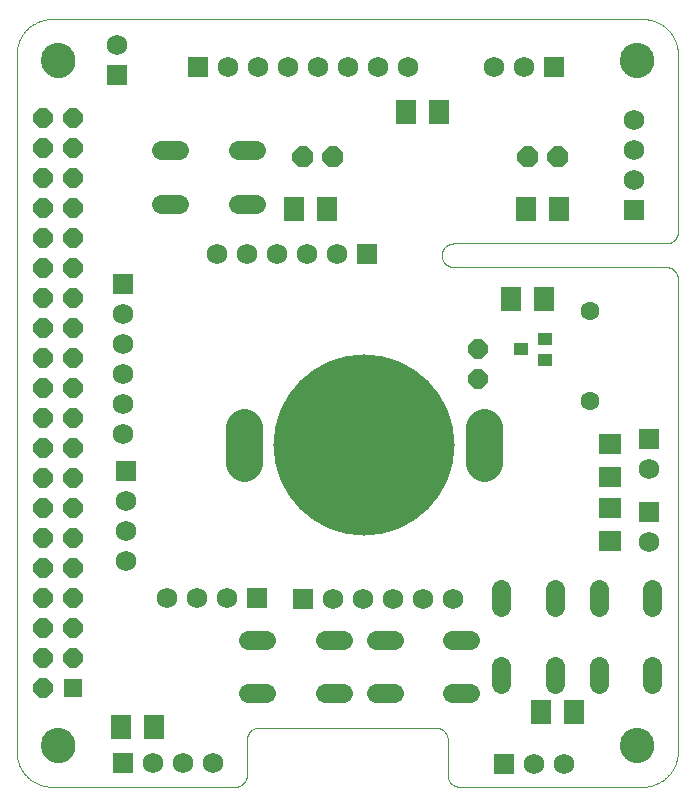
<source format=gbs>
G75*
%MOIN*%
%OFA0B0*%
%FSLAX25Y25*%
%IPPOS*%
%LPD*%
%AMOC8*
5,1,8,0,0,1.08239X$1,22.5*
%
%ADD10C,0.00000*%
%ADD11C,0.11424*%
%ADD12R,0.06400X0.06400*%
%ADD13OC8,0.06400*%
%ADD14C,0.06306*%
%ADD15R,0.06900X0.06900*%
%ADD16C,0.06900*%
%ADD17C,0.60400*%
%ADD18C,0.12400*%
%ADD19R,0.04900X0.04400*%
%ADD20C,0.06400*%
%ADD21OC8,0.07000*%
%ADD22R,0.06699X0.08274*%
%ADD23R,0.07487X0.06699*%
D10*
X0037312Y0035098D02*
X0098336Y0035098D01*
X0098460Y0035100D01*
X0098583Y0035106D01*
X0098707Y0035115D01*
X0098829Y0035129D01*
X0098952Y0035146D01*
X0099074Y0035168D01*
X0099195Y0035193D01*
X0099315Y0035222D01*
X0099434Y0035254D01*
X0099553Y0035291D01*
X0099670Y0035331D01*
X0099785Y0035374D01*
X0099900Y0035422D01*
X0100012Y0035473D01*
X0100123Y0035527D01*
X0100233Y0035585D01*
X0100340Y0035646D01*
X0100446Y0035711D01*
X0100549Y0035779D01*
X0100650Y0035850D01*
X0100749Y0035924D01*
X0100846Y0036001D01*
X0100940Y0036082D01*
X0101031Y0036165D01*
X0101120Y0036251D01*
X0101206Y0036340D01*
X0101289Y0036431D01*
X0101370Y0036525D01*
X0101447Y0036622D01*
X0101521Y0036721D01*
X0101592Y0036822D01*
X0101660Y0036925D01*
X0101725Y0037031D01*
X0101786Y0037138D01*
X0101844Y0037248D01*
X0101898Y0037359D01*
X0101949Y0037471D01*
X0101997Y0037586D01*
X0102040Y0037701D01*
X0102080Y0037818D01*
X0102117Y0037937D01*
X0102149Y0038056D01*
X0102178Y0038176D01*
X0102203Y0038297D01*
X0102225Y0038419D01*
X0102242Y0038542D01*
X0102256Y0038664D01*
X0102265Y0038788D01*
X0102271Y0038911D01*
X0102273Y0039035D01*
X0102273Y0050846D01*
X0102275Y0050970D01*
X0102281Y0051093D01*
X0102290Y0051217D01*
X0102304Y0051339D01*
X0102321Y0051462D01*
X0102343Y0051584D01*
X0102368Y0051705D01*
X0102397Y0051825D01*
X0102429Y0051944D01*
X0102466Y0052063D01*
X0102506Y0052180D01*
X0102549Y0052295D01*
X0102597Y0052410D01*
X0102648Y0052522D01*
X0102702Y0052633D01*
X0102760Y0052743D01*
X0102821Y0052850D01*
X0102886Y0052956D01*
X0102954Y0053059D01*
X0103025Y0053160D01*
X0103099Y0053259D01*
X0103176Y0053356D01*
X0103257Y0053450D01*
X0103340Y0053541D01*
X0103426Y0053630D01*
X0103515Y0053716D01*
X0103606Y0053799D01*
X0103700Y0053880D01*
X0103797Y0053957D01*
X0103896Y0054031D01*
X0103997Y0054102D01*
X0104100Y0054170D01*
X0104206Y0054235D01*
X0104313Y0054296D01*
X0104423Y0054354D01*
X0104534Y0054408D01*
X0104646Y0054459D01*
X0104761Y0054507D01*
X0104876Y0054550D01*
X0104993Y0054590D01*
X0105112Y0054627D01*
X0105231Y0054659D01*
X0105351Y0054688D01*
X0105472Y0054713D01*
X0105594Y0054735D01*
X0105717Y0054752D01*
X0105839Y0054766D01*
X0105963Y0054775D01*
X0106086Y0054781D01*
X0106210Y0054783D01*
X0165265Y0054783D01*
X0165389Y0054781D01*
X0165512Y0054775D01*
X0165636Y0054766D01*
X0165758Y0054752D01*
X0165881Y0054735D01*
X0166003Y0054713D01*
X0166124Y0054688D01*
X0166244Y0054659D01*
X0166363Y0054627D01*
X0166482Y0054590D01*
X0166599Y0054550D01*
X0166714Y0054507D01*
X0166829Y0054459D01*
X0166941Y0054408D01*
X0167052Y0054354D01*
X0167162Y0054296D01*
X0167269Y0054235D01*
X0167375Y0054170D01*
X0167478Y0054102D01*
X0167579Y0054031D01*
X0167678Y0053957D01*
X0167775Y0053880D01*
X0167869Y0053799D01*
X0167960Y0053716D01*
X0168049Y0053630D01*
X0168135Y0053541D01*
X0168218Y0053450D01*
X0168299Y0053356D01*
X0168376Y0053259D01*
X0168450Y0053160D01*
X0168521Y0053059D01*
X0168589Y0052956D01*
X0168654Y0052850D01*
X0168715Y0052743D01*
X0168773Y0052633D01*
X0168827Y0052522D01*
X0168878Y0052410D01*
X0168926Y0052295D01*
X0168969Y0052180D01*
X0169009Y0052063D01*
X0169046Y0051944D01*
X0169078Y0051825D01*
X0169107Y0051705D01*
X0169132Y0051584D01*
X0169154Y0051462D01*
X0169171Y0051339D01*
X0169185Y0051217D01*
X0169194Y0051093D01*
X0169200Y0050970D01*
X0169202Y0050846D01*
X0169202Y0039035D01*
X0169204Y0038911D01*
X0169210Y0038788D01*
X0169219Y0038664D01*
X0169233Y0038542D01*
X0169250Y0038419D01*
X0169272Y0038297D01*
X0169297Y0038176D01*
X0169326Y0038056D01*
X0169358Y0037937D01*
X0169395Y0037818D01*
X0169435Y0037701D01*
X0169478Y0037586D01*
X0169526Y0037471D01*
X0169577Y0037359D01*
X0169631Y0037248D01*
X0169689Y0037138D01*
X0169750Y0037031D01*
X0169815Y0036925D01*
X0169883Y0036822D01*
X0169954Y0036721D01*
X0170028Y0036622D01*
X0170105Y0036525D01*
X0170186Y0036431D01*
X0170269Y0036340D01*
X0170355Y0036251D01*
X0170444Y0036165D01*
X0170535Y0036082D01*
X0170629Y0036001D01*
X0170726Y0035924D01*
X0170825Y0035850D01*
X0170926Y0035779D01*
X0171029Y0035711D01*
X0171135Y0035646D01*
X0171242Y0035585D01*
X0171352Y0035527D01*
X0171463Y0035473D01*
X0171575Y0035422D01*
X0171690Y0035374D01*
X0171805Y0035331D01*
X0171922Y0035291D01*
X0172041Y0035254D01*
X0172160Y0035222D01*
X0172280Y0035193D01*
X0172401Y0035168D01*
X0172523Y0035146D01*
X0172646Y0035129D01*
X0172768Y0035115D01*
X0172892Y0035106D01*
X0173015Y0035100D01*
X0173139Y0035098D01*
X0234162Y0035098D01*
X0234447Y0035101D01*
X0234733Y0035112D01*
X0235018Y0035129D01*
X0235302Y0035153D01*
X0235586Y0035184D01*
X0235869Y0035222D01*
X0236150Y0035267D01*
X0236431Y0035318D01*
X0236711Y0035376D01*
X0236989Y0035441D01*
X0237265Y0035513D01*
X0237539Y0035591D01*
X0237812Y0035676D01*
X0238082Y0035768D01*
X0238350Y0035866D01*
X0238616Y0035970D01*
X0238879Y0036081D01*
X0239139Y0036198D01*
X0239397Y0036321D01*
X0239651Y0036451D01*
X0239902Y0036587D01*
X0240150Y0036728D01*
X0240394Y0036876D01*
X0240635Y0037029D01*
X0240871Y0037189D01*
X0241104Y0037354D01*
X0241333Y0037524D01*
X0241558Y0037700D01*
X0241778Y0037882D01*
X0241994Y0038068D01*
X0242205Y0038260D01*
X0242412Y0038457D01*
X0242614Y0038659D01*
X0242811Y0038866D01*
X0243003Y0039077D01*
X0243189Y0039293D01*
X0243371Y0039513D01*
X0243547Y0039738D01*
X0243717Y0039967D01*
X0243882Y0040200D01*
X0244042Y0040436D01*
X0244195Y0040677D01*
X0244343Y0040921D01*
X0244484Y0041169D01*
X0244620Y0041420D01*
X0244750Y0041674D01*
X0244873Y0041932D01*
X0244990Y0042192D01*
X0245101Y0042455D01*
X0245205Y0042721D01*
X0245303Y0042989D01*
X0245395Y0043259D01*
X0245480Y0043532D01*
X0245558Y0043806D01*
X0245630Y0044082D01*
X0245695Y0044360D01*
X0245753Y0044640D01*
X0245804Y0044921D01*
X0245849Y0045202D01*
X0245887Y0045485D01*
X0245918Y0045769D01*
X0245942Y0046053D01*
X0245959Y0046338D01*
X0245970Y0046624D01*
X0245973Y0046909D01*
X0245973Y0204390D01*
X0245971Y0204514D01*
X0245965Y0204637D01*
X0245956Y0204761D01*
X0245942Y0204883D01*
X0245925Y0205006D01*
X0245903Y0205128D01*
X0245878Y0205249D01*
X0245849Y0205369D01*
X0245817Y0205488D01*
X0245780Y0205607D01*
X0245740Y0205724D01*
X0245697Y0205839D01*
X0245649Y0205954D01*
X0245598Y0206066D01*
X0245544Y0206177D01*
X0245486Y0206287D01*
X0245425Y0206394D01*
X0245360Y0206500D01*
X0245292Y0206603D01*
X0245221Y0206704D01*
X0245147Y0206803D01*
X0245070Y0206900D01*
X0244989Y0206994D01*
X0244906Y0207085D01*
X0244820Y0207174D01*
X0244731Y0207260D01*
X0244640Y0207343D01*
X0244546Y0207424D01*
X0244449Y0207501D01*
X0244350Y0207575D01*
X0244249Y0207646D01*
X0244146Y0207714D01*
X0244040Y0207779D01*
X0243933Y0207840D01*
X0243823Y0207898D01*
X0243712Y0207952D01*
X0243600Y0208003D01*
X0243485Y0208051D01*
X0243370Y0208094D01*
X0243253Y0208134D01*
X0243134Y0208171D01*
X0243015Y0208203D01*
X0242895Y0208232D01*
X0242774Y0208257D01*
X0242652Y0208279D01*
X0242529Y0208296D01*
X0242407Y0208310D01*
X0242283Y0208319D01*
X0242160Y0208325D01*
X0242036Y0208327D01*
X0171170Y0208327D01*
X0171046Y0208329D01*
X0170923Y0208335D01*
X0170799Y0208344D01*
X0170677Y0208358D01*
X0170554Y0208375D01*
X0170432Y0208397D01*
X0170311Y0208422D01*
X0170191Y0208451D01*
X0170072Y0208483D01*
X0169953Y0208520D01*
X0169836Y0208560D01*
X0169721Y0208603D01*
X0169606Y0208651D01*
X0169494Y0208702D01*
X0169383Y0208756D01*
X0169273Y0208814D01*
X0169166Y0208875D01*
X0169060Y0208940D01*
X0168957Y0209008D01*
X0168856Y0209079D01*
X0168757Y0209153D01*
X0168660Y0209230D01*
X0168566Y0209311D01*
X0168475Y0209394D01*
X0168386Y0209480D01*
X0168300Y0209569D01*
X0168217Y0209660D01*
X0168136Y0209754D01*
X0168059Y0209851D01*
X0167985Y0209950D01*
X0167914Y0210051D01*
X0167846Y0210154D01*
X0167781Y0210260D01*
X0167720Y0210367D01*
X0167662Y0210477D01*
X0167608Y0210588D01*
X0167557Y0210700D01*
X0167509Y0210815D01*
X0167466Y0210930D01*
X0167426Y0211047D01*
X0167389Y0211166D01*
X0167357Y0211285D01*
X0167328Y0211405D01*
X0167303Y0211526D01*
X0167281Y0211648D01*
X0167264Y0211771D01*
X0167250Y0211893D01*
X0167241Y0212017D01*
X0167235Y0212140D01*
X0167233Y0212264D01*
X0167235Y0212388D01*
X0167241Y0212511D01*
X0167250Y0212635D01*
X0167264Y0212757D01*
X0167281Y0212880D01*
X0167303Y0213002D01*
X0167328Y0213123D01*
X0167357Y0213243D01*
X0167389Y0213362D01*
X0167426Y0213481D01*
X0167466Y0213598D01*
X0167509Y0213713D01*
X0167557Y0213828D01*
X0167608Y0213940D01*
X0167662Y0214051D01*
X0167720Y0214161D01*
X0167781Y0214268D01*
X0167846Y0214374D01*
X0167914Y0214477D01*
X0167985Y0214578D01*
X0168059Y0214677D01*
X0168136Y0214774D01*
X0168217Y0214868D01*
X0168300Y0214959D01*
X0168386Y0215048D01*
X0168475Y0215134D01*
X0168566Y0215217D01*
X0168660Y0215298D01*
X0168757Y0215375D01*
X0168856Y0215449D01*
X0168957Y0215520D01*
X0169060Y0215588D01*
X0169166Y0215653D01*
X0169273Y0215714D01*
X0169383Y0215772D01*
X0169494Y0215826D01*
X0169606Y0215877D01*
X0169721Y0215925D01*
X0169836Y0215968D01*
X0169953Y0216008D01*
X0170072Y0216045D01*
X0170191Y0216077D01*
X0170311Y0216106D01*
X0170432Y0216131D01*
X0170554Y0216153D01*
X0170677Y0216170D01*
X0170799Y0216184D01*
X0170923Y0216193D01*
X0171046Y0216199D01*
X0171170Y0216201D01*
X0242036Y0216201D01*
X0242160Y0216203D01*
X0242283Y0216209D01*
X0242407Y0216218D01*
X0242529Y0216232D01*
X0242652Y0216249D01*
X0242774Y0216271D01*
X0242895Y0216296D01*
X0243015Y0216325D01*
X0243134Y0216357D01*
X0243253Y0216394D01*
X0243370Y0216434D01*
X0243485Y0216477D01*
X0243600Y0216525D01*
X0243712Y0216576D01*
X0243823Y0216630D01*
X0243933Y0216688D01*
X0244040Y0216749D01*
X0244146Y0216814D01*
X0244249Y0216882D01*
X0244350Y0216953D01*
X0244449Y0217027D01*
X0244546Y0217104D01*
X0244640Y0217185D01*
X0244731Y0217268D01*
X0244820Y0217354D01*
X0244906Y0217443D01*
X0244989Y0217534D01*
X0245070Y0217628D01*
X0245147Y0217725D01*
X0245221Y0217824D01*
X0245292Y0217925D01*
X0245360Y0218028D01*
X0245425Y0218134D01*
X0245486Y0218241D01*
X0245544Y0218351D01*
X0245598Y0218462D01*
X0245649Y0218574D01*
X0245697Y0218689D01*
X0245740Y0218804D01*
X0245780Y0218921D01*
X0245817Y0219040D01*
X0245849Y0219159D01*
X0245878Y0219279D01*
X0245903Y0219400D01*
X0245925Y0219522D01*
X0245942Y0219645D01*
X0245956Y0219767D01*
X0245965Y0219891D01*
X0245971Y0220014D01*
X0245973Y0220138D01*
X0245973Y0279193D01*
X0245970Y0279478D01*
X0245959Y0279764D01*
X0245942Y0280049D01*
X0245918Y0280333D01*
X0245887Y0280617D01*
X0245849Y0280900D01*
X0245804Y0281181D01*
X0245753Y0281462D01*
X0245695Y0281742D01*
X0245630Y0282020D01*
X0245558Y0282296D01*
X0245480Y0282570D01*
X0245395Y0282843D01*
X0245303Y0283113D01*
X0245205Y0283381D01*
X0245101Y0283647D01*
X0244990Y0283910D01*
X0244873Y0284170D01*
X0244750Y0284428D01*
X0244620Y0284682D01*
X0244484Y0284933D01*
X0244343Y0285181D01*
X0244195Y0285425D01*
X0244042Y0285666D01*
X0243882Y0285902D01*
X0243717Y0286135D01*
X0243547Y0286364D01*
X0243371Y0286589D01*
X0243189Y0286809D01*
X0243003Y0287025D01*
X0242811Y0287236D01*
X0242614Y0287443D01*
X0242412Y0287645D01*
X0242205Y0287842D01*
X0241994Y0288034D01*
X0241778Y0288220D01*
X0241558Y0288402D01*
X0241333Y0288578D01*
X0241104Y0288748D01*
X0240871Y0288913D01*
X0240635Y0289073D01*
X0240394Y0289226D01*
X0240150Y0289374D01*
X0239902Y0289515D01*
X0239651Y0289651D01*
X0239397Y0289781D01*
X0239139Y0289904D01*
X0238879Y0290021D01*
X0238616Y0290132D01*
X0238350Y0290236D01*
X0238082Y0290334D01*
X0237812Y0290426D01*
X0237539Y0290511D01*
X0237265Y0290589D01*
X0236989Y0290661D01*
X0236711Y0290726D01*
X0236431Y0290784D01*
X0236150Y0290835D01*
X0235869Y0290880D01*
X0235586Y0290918D01*
X0235302Y0290949D01*
X0235018Y0290973D01*
X0234733Y0290990D01*
X0234447Y0291001D01*
X0234162Y0291004D01*
X0037312Y0291004D01*
X0037027Y0291001D01*
X0036741Y0290990D01*
X0036456Y0290973D01*
X0036172Y0290949D01*
X0035888Y0290918D01*
X0035605Y0290880D01*
X0035324Y0290835D01*
X0035043Y0290784D01*
X0034763Y0290726D01*
X0034485Y0290661D01*
X0034209Y0290589D01*
X0033935Y0290511D01*
X0033662Y0290426D01*
X0033392Y0290334D01*
X0033124Y0290236D01*
X0032858Y0290132D01*
X0032595Y0290021D01*
X0032335Y0289904D01*
X0032077Y0289781D01*
X0031823Y0289651D01*
X0031572Y0289515D01*
X0031324Y0289374D01*
X0031080Y0289226D01*
X0030839Y0289073D01*
X0030603Y0288913D01*
X0030370Y0288748D01*
X0030141Y0288578D01*
X0029916Y0288402D01*
X0029696Y0288220D01*
X0029480Y0288034D01*
X0029269Y0287842D01*
X0029062Y0287645D01*
X0028860Y0287443D01*
X0028663Y0287236D01*
X0028471Y0287025D01*
X0028285Y0286809D01*
X0028103Y0286589D01*
X0027927Y0286364D01*
X0027757Y0286135D01*
X0027592Y0285902D01*
X0027432Y0285666D01*
X0027279Y0285425D01*
X0027131Y0285181D01*
X0026990Y0284933D01*
X0026854Y0284682D01*
X0026724Y0284428D01*
X0026601Y0284170D01*
X0026484Y0283910D01*
X0026373Y0283647D01*
X0026269Y0283381D01*
X0026171Y0283113D01*
X0026079Y0282843D01*
X0025994Y0282570D01*
X0025916Y0282296D01*
X0025844Y0282020D01*
X0025779Y0281742D01*
X0025721Y0281462D01*
X0025670Y0281181D01*
X0025625Y0280900D01*
X0025587Y0280617D01*
X0025556Y0280333D01*
X0025532Y0280049D01*
X0025515Y0279764D01*
X0025504Y0279478D01*
X0025501Y0279193D01*
X0025501Y0046909D01*
X0025504Y0046624D01*
X0025515Y0046338D01*
X0025532Y0046053D01*
X0025556Y0045769D01*
X0025587Y0045485D01*
X0025625Y0045202D01*
X0025670Y0044921D01*
X0025721Y0044640D01*
X0025779Y0044360D01*
X0025844Y0044082D01*
X0025916Y0043806D01*
X0025994Y0043532D01*
X0026079Y0043259D01*
X0026171Y0042989D01*
X0026269Y0042721D01*
X0026373Y0042455D01*
X0026484Y0042192D01*
X0026601Y0041932D01*
X0026724Y0041674D01*
X0026854Y0041420D01*
X0026990Y0041169D01*
X0027131Y0040921D01*
X0027279Y0040677D01*
X0027432Y0040436D01*
X0027592Y0040200D01*
X0027757Y0039967D01*
X0027927Y0039738D01*
X0028103Y0039513D01*
X0028285Y0039293D01*
X0028471Y0039077D01*
X0028663Y0038866D01*
X0028860Y0038659D01*
X0029062Y0038457D01*
X0029269Y0038260D01*
X0029480Y0038068D01*
X0029696Y0037882D01*
X0029916Y0037700D01*
X0030141Y0037524D01*
X0030370Y0037354D01*
X0030603Y0037189D01*
X0030839Y0037029D01*
X0031080Y0036876D01*
X0031324Y0036728D01*
X0031572Y0036587D01*
X0031823Y0036451D01*
X0032077Y0036321D01*
X0032335Y0036198D01*
X0032595Y0036081D01*
X0032858Y0035970D01*
X0033124Y0035866D01*
X0033392Y0035768D01*
X0033662Y0035676D01*
X0033935Y0035591D01*
X0034209Y0035513D01*
X0034485Y0035441D01*
X0034763Y0035376D01*
X0035043Y0035318D01*
X0035324Y0035267D01*
X0035605Y0035222D01*
X0035888Y0035184D01*
X0036172Y0035153D01*
X0036456Y0035129D01*
X0036741Y0035112D01*
X0037027Y0035101D01*
X0037312Y0035098D01*
X0033765Y0048883D02*
X0033767Y0049031D01*
X0033773Y0049179D01*
X0033783Y0049327D01*
X0033797Y0049474D01*
X0033815Y0049621D01*
X0033836Y0049767D01*
X0033862Y0049913D01*
X0033892Y0050058D01*
X0033925Y0050202D01*
X0033963Y0050345D01*
X0034004Y0050487D01*
X0034049Y0050628D01*
X0034097Y0050768D01*
X0034150Y0050907D01*
X0034206Y0051044D01*
X0034266Y0051179D01*
X0034329Y0051313D01*
X0034396Y0051445D01*
X0034467Y0051575D01*
X0034541Y0051703D01*
X0034618Y0051829D01*
X0034699Y0051953D01*
X0034783Y0052075D01*
X0034870Y0052194D01*
X0034961Y0052311D01*
X0035055Y0052426D01*
X0035151Y0052538D01*
X0035251Y0052648D01*
X0035353Y0052754D01*
X0035459Y0052858D01*
X0035567Y0052959D01*
X0035678Y0053057D01*
X0035791Y0053153D01*
X0035907Y0053245D01*
X0036025Y0053334D01*
X0036146Y0053419D01*
X0036269Y0053502D01*
X0036394Y0053581D01*
X0036521Y0053657D01*
X0036650Y0053729D01*
X0036781Y0053798D01*
X0036914Y0053863D01*
X0037049Y0053924D01*
X0037185Y0053982D01*
X0037322Y0054037D01*
X0037461Y0054087D01*
X0037602Y0054134D01*
X0037743Y0054177D01*
X0037886Y0054217D01*
X0038030Y0054252D01*
X0038174Y0054284D01*
X0038320Y0054311D01*
X0038466Y0054335D01*
X0038613Y0054355D01*
X0038760Y0054371D01*
X0038907Y0054383D01*
X0039055Y0054391D01*
X0039203Y0054395D01*
X0039351Y0054395D01*
X0039499Y0054391D01*
X0039647Y0054383D01*
X0039794Y0054371D01*
X0039941Y0054355D01*
X0040088Y0054335D01*
X0040234Y0054311D01*
X0040380Y0054284D01*
X0040524Y0054252D01*
X0040668Y0054217D01*
X0040811Y0054177D01*
X0040952Y0054134D01*
X0041093Y0054087D01*
X0041232Y0054037D01*
X0041369Y0053982D01*
X0041505Y0053924D01*
X0041640Y0053863D01*
X0041773Y0053798D01*
X0041904Y0053729D01*
X0042033Y0053657D01*
X0042160Y0053581D01*
X0042285Y0053502D01*
X0042408Y0053419D01*
X0042529Y0053334D01*
X0042647Y0053245D01*
X0042763Y0053153D01*
X0042876Y0053057D01*
X0042987Y0052959D01*
X0043095Y0052858D01*
X0043201Y0052754D01*
X0043303Y0052648D01*
X0043403Y0052538D01*
X0043499Y0052426D01*
X0043593Y0052311D01*
X0043684Y0052194D01*
X0043771Y0052075D01*
X0043855Y0051953D01*
X0043936Y0051829D01*
X0044013Y0051703D01*
X0044087Y0051575D01*
X0044158Y0051445D01*
X0044225Y0051313D01*
X0044288Y0051179D01*
X0044348Y0051044D01*
X0044404Y0050907D01*
X0044457Y0050768D01*
X0044505Y0050628D01*
X0044550Y0050487D01*
X0044591Y0050345D01*
X0044629Y0050202D01*
X0044662Y0050058D01*
X0044692Y0049913D01*
X0044718Y0049767D01*
X0044739Y0049621D01*
X0044757Y0049474D01*
X0044771Y0049327D01*
X0044781Y0049179D01*
X0044787Y0049031D01*
X0044789Y0048883D01*
X0044787Y0048735D01*
X0044781Y0048587D01*
X0044771Y0048439D01*
X0044757Y0048292D01*
X0044739Y0048145D01*
X0044718Y0047999D01*
X0044692Y0047853D01*
X0044662Y0047708D01*
X0044629Y0047564D01*
X0044591Y0047421D01*
X0044550Y0047279D01*
X0044505Y0047138D01*
X0044457Y0046998D01*
X0044404Y0046859D01*
X0044348Y0046722D01*
X0044288Y0046587D01*
X0044225Y0046453D01*
X0044158Y0046321D01*
X0044087Y0046191D01*
X0044013Y0046063D01*
X0043936Y0045937D01*
X0043855Y0045813D01*
X0043771Y0045691D01*
X0043684Y0045572D01*
X0043593Y0045455D01*
X0043499Y0045340D01*
X0043403Y0045228D01*
X0043303Y0045118D01*
X0043201Y0045012D01*
X0043095Y0044908D01*
X0042987Y0044807D01*
X0042876Y0044709D01*
X0042763Y0044613D01*
X0042647Y0044521D01*
X0042529Y0044432D01*
X0042408Y0044347D01*
X0042285Y0044264D01*
X0042160Y0044185D01*
X0042033Y0044109D01*
X0041904Y0044037D01*
X0041773Y0043968D01*
X0041640Y0043903D01*
X0041505Y0043842D01*
X0041369Y0043784D01*
X0041232Y0043729D01*
X0041093Y0043679D01*
X0040952Y0043632D01*
X0040811Y0043589D01*
X0040668Y0043549D01*
X0040524Y0043514D01*
X0040380Y0043482D01*
X0040234Y0043455D01*
X0040088Y0043431D01*
X0039941Y0043411D01*
X0039794Y0043395D01*
X0039647Y0043383D01*
X0039499Y0043375D01*
X0039351Y0043371D01*
X0039203Y0043371D01*
X0039055Y0043375D01*
X0038907Y0043383D01*
X0038760Y0043395D01*
X0038613Y0043411D01*
X0038466Y0043431D01*
X0038320Y0043455D01*
X0038174Y0043482D01*
X0038030Y0043514D01*
X0037886Y0043549D01*
X0037743Y0043589D01*
X0037602Y0043632D01*
X0037461Y0043679D01*
X0037322Y0043729D01*
X0037185Y0043784D01*
X0037049Y0043842D01*
X0036914Y0043903D01*
X0036781Y0043968D01*
X0036650Y0044037D01*
X0036521Y0044109D01*
X0036394Y0044185D01*
X0036269Y0044264D01*
X0036146Y0044347D01*
X0036025Y0044432D01*
X0035907Y0044521D01*
X0035791Y0044613D01*
X0035678Y0044709D01*
X0035567Y0044807D01*
X0035459Y0044908D01*
X0035353Y0045012D01*
X0035251Y0045118D01*
X0035151Y0045228D01*
X0035055Y0045340D01*
X0034961Y0045455D01*
X0034870Y0045572D01*
X0034783Y0045691D01*
X0034699Y0045813D01*
X0034618Y0045937D01*
X0034541Y0046063D01*
X0034467Y0046191D01*
X0034396Y0046321D01*
X0034329Y0046453D01*
X0034266Y0046587D01*
X0034206Y0046722D01*
X0034150Y0046859D01*
X0034097Y0046998D01*
X0034049Y0047138D01*
X0034004Y0047279D01*
X0033963Y0047421D01*
X0033925Y0047564D01*
X0033892Y0047708D01*
X0033862Y0047853D01*
X0033836Y0047999D01*
X0033815Y0048145D01*
X0033797Y0048292D01*
X0033783Y0048439D01*
X0033773Y0048587D01*
X0033767Y0048735D01*
X0033765Y0048883D01*
X0226679Y0048883D02*
X0226681Y0049031D01*
X0226687Y0049179D01*
X0226697Y0049327D01*
X0226711Y0049474D01*
X0226729Y0049621D01*
X0226750Y0049767D01*
X0226776Y0049913D01*
X0226806Y0050058D01*
X0226839Y0050202D01*
X0226877Y0050345D01*
X0226918Y0050487D01*
X0226963Y0050628D01*
X0227011Y0050768D01*
X0227064Y0050907D01*
X0227120Y0051044D01*
X0227180Y0051179D01*
X0227243Y0051313D01*
X0227310Y0051445D01*
X0227381Y0051575D01*
X0227455Y0051703D01*
X0227532Y0051829D01*
X0227613Y0051953D01*
X0227697Y0052075D01*
X0227784Y0052194D01*
X0227875Y0052311D01*
X0227969Y0052426D01*
X0228065Y0052538D01*
X0228165Y0052648D01*
X0228267Y0052754D01*
X0228373Y0052858D01*
X0228481Y0052959D01*
X0228592Y0053057D01*
X0228705Y0053153D01*
X0228821Y0053245D01*
X0228939Y0053334D01*
X0229060Y0053419D01*
X0229183Y0053502D01*
X0229308Y0053581D01*
X0229435Y0053657D01*
X0229564Y0053729D01*
X0229695Y0053798D01*
X0229828Y0053863D01*
X0229963Y0053924D01*
X0230099Y0053982D01*
X0230236Y0054037D01*
X0230375Y0054087D01*
X0230516Y0054134D01*
X0230657Y0054177D01*
X0230800Y0054217D01*
X0230944Y0054252D01*
X0231088Y0054284D01*
X0231234Y0054311D01*
X0231380Y0054335D01*
X0231527Y0054355D01*
X0231674Y0054371D01*
X0231821Y0054383D01*
X0231969Y0054391D01*
X0232117Y0054395D01*
X0232265Y0054395D01*
X0232413Y0054391D01*
X0232561Y0054383D01*
X0232708Y0054371D01*
X0232855Y0054355D01*
X0233002Y0054335D01*
X0233148Y0054311D01*
X0233294Y0054284D01*
X0233438Y0054252D01*
X0233582Y0054217D01*
X0233725Y0054177D01*
X0233866Y0054134D01*
X0234007Y0054087D01*
X0234146Y0054037D01*
X0234283Y0053982D01*
X0234419Y0053924D01*
X0234554Y0053863D01*
X0234687Y0053798D01*
X0234818Y0053729D01*
X0234947Y0053657D01*
X0235074Y0053581D01*
X0235199Y0053502D01*
X0235322Y0053419D01*
X0235443Y0053334D01*
X0235561Y0053245D01*
X0235677Y0053153D01*
X0235790Y0053057D01*
X0235901Y0052959D01*
X0236009Y0052858D01*
X0236115Y0052754D01*
X0236217Y0052648D01*
X0236317Y0052538D01*
X0236413Y0052426D01*
X0236507Y0052311D01*
X0236598Y0052194D01*
X0236685Y0052075D01*
X0236769Y0051953D01*
X0236850Y0051829D01*
X0236927Y0051703D01*
X0237001Y0051575D01*
X0237072Y0051445D01*
X0237139Y0051313D01*
X0237202Y0051179D01*
X0237262Y0051044D01*
X0237318Y0050907D01*
X0237371Y0050768D01*
X0237419Y0050628D01*
X0237464Y0050487D01*
X0237505Y0050345D01*
X0237543Y0050202D01*
X0237576Y0050058D01*
X0237606Y0049913D01*
X0237632Y0049767D01*
X0237653Y0049621D01*
X0237671Y0049474D01*
X0237685Y0049327D01*
X0237695Y0049179D01*
X0237701Y0049031D01*
X0237703Y0048883D01*
X0237701Y0048735D01*
X0237695Y0048587D01*
X0237685Y0048439D01*
X0237671Y0048292D01*
X0237653Y0048145D01*
X0237632Y0047999D01*
X0237606Y0047853D01*
X0237576Y0047708D01*
X0237543Y0047564D01*
X0237505Y0047421D01*
X0237464Y0047279D01*
X0237419Y0047138D01*
X0237371Y0046998D01*
X0237318Y0046859D01*
X0237262Y0046722D01*
X0237202Y0046587D01*
X0237139Y0046453D01*
X0237072Y0046321D01*
X0237001Y0046191D01*
X0236927Y0046063D01*
X0236850Y0045937D01*
X0236769Y0045813D01*
X0236685Y0045691D01*
X0236598Y0045572D01*
X0236507Y0045455D01*
X0236413Y0045340D01*
X0236317Y0045228D01*
X0236217Y0045118D01*
X0236115Y0045012D01*
X0236009Y0044908D01*
X0235901Y0044807D01*
X0235790Y0044709D01*
X0235677Y0044613D01*
X0235561Y0044521D01*
X0235443Y0044432D01*
X0235322Y0044347D01*
X0235199Y0044264D01*
X0235074Y0044185D01*
X0234947Y0044109D01*
X0234818Y0044037D01*
X0234687Y0043968D01*
X0234554Y0043903D01*
X0234419Y0043842D01*
X0234283Y0043784D01*
X0234146Y0043729D01*
X0234007Y0043679D01*
X0233866Y0043632D01*
X0233725Y0043589D01*
X0233582Y0043549D01*
X0233438Y0043514D01*
X0233294Y0043482D01*
X0233148Y0043455D01*
X0233002Y0043431D01*
X0232855Y0043411D01*
X0232708Y0043395D01*
X0232561Y0043383D01*
X0232413Y0043375D01*
X0232265Y0043371D01*
X0232117Y0043371D01*
X0231969Y0043375D01*
X0231821Y0043383D01*
X0231674Y0043395D01*
X0231527Y0043411D01*
X0231380Y0043431D01*
X0231234Y0043455D01*
X0231088Y0043482D01*
X0230944Y0043514D01*
X0230800Y0043549D01*
X0230657Y0043589D01*
X0230516Y0043632D01*
X0230375Y0043679D01*
X0230236Y0043729D01*
X0230099Y0043784D01*
X0229963Y0043842D01*
X0229828Y0043903D01*
X0229695Y0043968D01*
X0229564Y0044037D01*
X0229435Y0044109D01*
X0229308Y0044185D01*
X0229183Y0044264D01*
X0229060Y0044347D01*
X0228939Y0044432D01*
X0228821Y0044521D01*
X0228705Y0044613D01*
X0228592Y0044709D01*
X0228481Y0044807D01*
X0228373Y0044908D01*
X0228267Y0045012D01*
X0228165Y0045118D01*
X0228065Y0045228D01*
X0227969Y0045340D01*
X0227875Y0045455D01*
X0227784Y0045572D01*
X0227697Y0045691D01*
X0227613Y0045813D01*
X0227532Y0045937D01*
X0227455Y0046063D01*
X0227381Y0046191D01*
X0227310Y0046321D01*
X0227243Y0046453D01*
X0227180Y0046587D01*
X0227120Y0046722D01*
X0227064Y0046859D01*
X0227011Y0046998D01*
X0226963Y0047138D01*
X0226918Y0047279D01*
X0226877Y0047421D01*
X0226839Y0047564D01*
X0226806Y0047708D01*
X0226776Y0047853D01*
X0226750Y0047999D01*
X0226729Y0048145D01*
X0226711Y0048292D01*
X0226697Y0048439D01*
X0226687Y0048587D01*
X0226681Y0048735D01*
X0226679Y0048883D01*
X0226679Y0277230D02*
X0226681Y0277378D01*
X0226687Y0277526D01*
X0226697Y0277674D01*
X0226711Y0277821D01*
X0226729Y0277968D01*
X0226750Y0278114D01*
X0226776Y0278260D01*
X0226806Y0278405D01*
X0226839Y0278549D01*
X0226877Y0278692D01*
X0226918Y0278834D01*
X0226963Y0278975D01*
X0227011Y0279115D01*
X0227064Y0279254D01*
X0227120Y0279391D01*
X0227180Y0279526D01*
X0227243Y0279660D01*
X0227310Y0279792D01*
X0227381Y0279922D01*
X0227455Y0280050D01*
X0227532Y0280176D01*
X0227613Y0280300D01*
X0227697Y0280422D01*
X0227784Y0280541D01*
X0227875Y0280658D01*
X0227969Y0280773D01*
X0228065Y0280885D01*
X0228165Y0280995D01*
X0228267Y0281101D01*
X0228373Y0281205D01*
X0228481Y0281306D01*
X0228592Y0281404D01*
X0228705Y0281500D01*
X0228821Y0281592D01*
X0228939Y0281681D01*
X0229060Y0281766D01*
X0229183Y0281849D01*
X0229308Y0281928D01*
X0229435Y0282004D01*
X0229564Y0282076D01*
X0229695Y0282145D01*
X0229828Y0282210D01*
X0229963Y0282271D01*
X0230099Y0282329D01*
X0230236Y0282384D01*
X0230375Y0282434D01*
X0230516Y0282481D01*
X0230657Y0282524D01*
X0230800Y0282564D01*
X0230944Y0282599D01*
X0231088Y0282631D01*
X0231234Y0282658D01*
X0231380Y0282682D01*
X0231527Y0282702D01*
X0231674Y0282718D01*
X0231821Y0282730D01*
X0231969Y0282738D01*
X0232117Y0282742D01*
X0232265Y0282742D01*
X0232413Y0282738D01*
X0232561Y0282730D01*
X0232708Y0282718D01*
X0232855Y0282702D01*
X0233002Y0282682D01*
X0233148Y0282658D01*
X0233294Y0282631D01*
X0233438Y0282599D01*
X0233582Y0282564D01*
X0233725Y0282524D01*
X0233866Y0282481D01*
X0234007Y0282434D01*
X0234146Y0282384D01*
X0234283Y0282329D01*
X0234419Y0282271D01*
X0234554Y0282210D01*
X0234687Y0282145D01*
X0234818Y0282076D01*
X0234947Y0282004D01*
X0235074Y0281928D01*
X0235199Y0281849D01*
X0235322Y0281766D01*
X0235443Y0281681D01*
X0235561Y0281592D01*
X0235677Y0281500D01*
X0235790Y0281404D01*
X0235901Y0281306D01*
X0236009Y0281205D01*
X0236115Y0281101D01*
X0236217Y0280995D01*
X0236317Y0280885D01*
X0236413Y0280773D01*
X0236507Y0280658D01*
X0236598Y0280541D01*
X0236685Y0280422D01*
X0236769Y0280300D01*
X0236850Y0280176D01*
X0236927Y0280050D01*
X0237001Y0279922D01*
X0237072Y0279792D01*
X0237139Y0279660D01*
X0237202Y0279526D01*
X0237262Y0279391D01*
X0237318Y0279254D01*
X0237371Y0279115D01*
X0237419Y0278975D01*
X0237464Y0278834D01*
X0237505Y0278692D01*
X0237543Y0278549D01*
X0237576Y0278405D01*
X0237606Y0278260D01*
X0237632Y0278114D01*
X0237653Y0277968D01*
X0237671Y0277821D01*
X0237685Y0277674D01*
X0237695Y0277526D01*
X0237701Y0277378D01*
X0237703Y0277230D01*
X0237701Y0277082D01*
X0237695Y0276934D01*
X0237685Y0276786D01*
X0237671Y0276639D01*
X0237653Y0276492D01*
X0237632Y0276346D01*
X0237606Y0276200D01*
X0237576Y0276055D01*
X0237543Y0275911D01*
X0237505Y0275768D01*
X0237464Y0275626D01*
X0237419Y0275485D01*
X0237371Y0275345D01*
X0237318Y0275206D01*
X0237262Y0275069D01*
X0237202Y0274934D01*
X0237139Y0274800D01*
X0237072Y0274668D01*
X0237001Y0274538D01*
X0236927Y0274410D01*
X0236850Y0274284D01*
X0236769Y0274160D01*
X0236685Y0274038D01*
X0236598Y0273919D01*
X0236507Y0273802D01*
X0236413Y0273687D01*
X0236317Y0273575D01*
X0236217Y0273465D01*
X0236115Y0273359D01*
X0236009Y0273255D01*
X0235901Y0273154D01*
X0235790Y0273056D01*
X0235677Y0272960D01*
X0235561Y0272868D01*
X0235443Y0272779D01*
X0235322Y0272694D01*
X0235199Y0272611D01*
X0235074Y0272532D01*
X0234947Y0272456D01*
X0234818Y0272384D01*
X0234687Y0272315D01*
X0234554Y0272250D01*
X0234419Y0272189D01*
X0234283Y0272131D01*
X0234146Y0272076D01*
X0234007Y0272026D01*
X0233866Y0271979D01*
X0233725Y0271936D01*
X0233582Y0271896D01*
X0233438Y0271861D01*
X0233294Y0271829D01*
X0233148Y0271802D01*
X0233002Y0271778D01*
X0232855Y0271758D01*
X0232708Y0271742D01*
X0232561Y0271730D01*
X0232413Y0271722D01*
X0232265Y0271718D01*
X0232117Y0271718D01*
X0231969Y0271722D01*
X0231821Y0271730D01*
X0231674Y0271742D01*
X0231527Y0271758D01*
X0231380Y0271778D01*
X0231234Y0271802D01*
X0231088Y0271829D01*
X0230944Y0271861D01*
X0230800Y0271896D01*
X0230657Y0271936D01*
X0230516Y0271979D01*
X0230375Y0272026D01*
X0230236Y0272076D01*
X0230099Y0272131D01*
X0229963Y0272189D01*
X0229828Y0272250D01*
X0229695Y0272315D01*
X0229564Y0272384D01*
X0229435Y0272456D01*
X0229308Y0272532D01*
X0229183Y0272611D01*
X0229060Y0272694D01*
X0228939Y0272779D01*
X0228821Y0272868D01*
X0228705Y0272960D01*
X0228592Y0273056D01*
X0228481Y0273154D01*
X0228373Y0273255D01*
X0228267Y0273359D01*
X0228165Y0273465D01*
X0228065Y0273575D01*
X0227969Y0273687D01*
X0227875Y0273802D01*
X0227784Y0273919D01*
X0227697Y0274038D01*
X0227613Y0274160D01*
X0227532Y0274284D01*
X0227455Y0274410D01*
X0227381Y0274538D01*
X0227310Y0274668D01*
X0227243Y0274800D01*
X0227180Y0274934D01*
X0227120Y0275069D01*
X0227064Y0275206D01*
X0227011Y0275345D01*
X0226963Y0275485D01*
X0226918Y0275626D01*
X0226877Y0275768D01*
X0226839Y0275911D01*
X0226806Y0276055D01*
X0226776Y0276200D01*
X0226750Y0276346D01*
X0226729Y0276492D01*
X0226711Y0276639D01*
X0226697Y0276786D01*
X0226687Y0276934D01*
X0226681Y0277082D01*
X0226679Y0277230D01*
X0033765Y0277230D02*
X0033767Y0277378D01*
X0033773Y0277526D01*
X0033783Y0277674D01*
X0033797Y0277821D01*
X0033815Y0277968D01*
X0033836Y0278114D01*
X0033862Y0278260D01*
X0033892Y0278405D01*
X0033925Y0278549D01*
X0033963Y0278692D01*
X0034004Y0278834D01*
X0034049Y0278975D01*
X0034097Y0279115D01*
X0034150Y0279254D01*
X0034206Y0279391D01*
X0034266Y0279526D01*
X0034329Y0279660D01*
X0034396Y0279792D01*
X0034467Y0279922D01*
X0034541Y0280050D01*
X0034618Y0280176D01*
X0034699Y0280300D01*
X0034783Y0280422D01*
X0034870Y0280541D01*
X0034961Y0280658D01*
X0035055Y0280773D01*
X0035151Y0280885D01*
X0035251Y0280995D01*
X0035353Y0281101D01*
X0035459Y0281205D01*
X0035567Y0281306D01*
X0035678Y0281404D01*
X0035791Y0281500D01*
X0035907Y0281592D01*
X0036025Y0281681D01*
X0036146Y0281766D01*
X0036269Y0281849D01*
X0036394Y0281928D01*
X0036521Y0282004D01*
X0036650Y0282076D01*
X0036781Y0282145D01*
X0036914Y0282210D01*
X0037049Y0282271D01*
X0037185Y0282329D01*
X0037322Y0282384D01*
X0037461Y0282434D01*
X0037602Y0282481D01*
X0037743Y0282524D01*
X0037886Y0282564D01*
X0038030Y0282599D01*
X0038174Y0282631D01*
X0038320Y0282658D01*
X0038466Y0282682D01*
X0038613Y0282702D01*
X0038760Y0282718D01*
X0038907Y0282730D01*
X0039055Y0282738D01*
X0039203Y0282742D01*
X0039351Y0282742D01*
X0039499Y0282738D01*
X0039647Y0282730D01*
X0039794Y0282718D01*
X0039941Y0282702D01*
X0040088Y0282682D01*
X0040234Y0282658D01*
X0040380Y0282631D01*
X0040524Y0282599D01*
X0040668Y0282564D01*
X0040811Y0282524D01*
X0040952Y0282481D01*
X0041093Y0282434D01*
X0041232Y0282384D01*
X0041369Y0282329D01*
X0041505Y0282271D01*
X0041640Y0282210D01*
X0041773Y0282145D01*
X0041904Y0282076D01*
X0042033Y0282004D01*
X0042160Y0281928D01*
X0042285Y0281849D01*
X0042408Y0281766D01*
X0042529Y0281681D01*
X0042647Y0281592D01*
X0042763Y0281500D01*
X0042876Y0281404D01*
X0042987Y0281306D01*
X0043095Y0281205D01*
X0043201Y0281101D01*
X0043303Y0280995D01*
X0043403Y0280885D01*
X0043499Y0280773D01*
X0043593Y0280658D01*
X0043684Y0280541D01*
X0043771Y0280422D01*
X0043855Y0280300D01*
X0043936Y0280176D01*
X0044013Y0280050D01*
X0044087Y0279922D01*
X0044158Y0279792D01*
X0044225Y0279660D01*
X0044288Y0279526D01*
X0044348Y0279391D01*
X0044404Y0279254D01*
X0044457Y0279115D01*
X0044505Y0278975D01*
X0044550Y0278834D01*
X0044591Y0278692D01*
X0044629Y0278549D01*
X0044662Y0278405D01*
X0044692Y0278260D01*
X0044718Y0278114D01*
X0044739Y0277968D01*
X0044757Y0277821D01*
X0044771Y0277674D01*
X0044781Y0277526D01*
X0044787Y0277378D01*
X0044789Y0277230D01*
X0044787Y0277082D01*
X0044781Y0276934D01*
X0044771Y0276786D01*
X0044757Y0276639D01*
X0044739Y0276492D01*
X0044718Y0276346D01*
X0044692Y0276200D01*
X0044662Y0276055D01*
X0044629Y0275911D01*
X0044591Y0275768D01*
X0044550Y0275626D01*
X0044505Y0275485D01*
X0044457Y0275345D01*
X0044404Y0275206D01*
X0044348Y0275069D01*
X0044288Y0274934D01*
X0044225Y0274800D01*
X0044158Y0274668D01*
X0044087Y0274538D01*
X0044013Y0274410D01*
X0043936Y0274284D01*
X0043855Y0274160D01*
X0043771Y0274038D01*
X0043684Y0273919D01*
X0043593Y0273802D01*
X0043499Y0273687D01*
X0043403Y0273575D01*
X0043303Y0273465D01*
X0043201Y0273359D01*
X0043095Y0273255D01*
X0042987Y0273154D01*
X0042876Y0273056D01*
X0042763Y0272960D01*
X0042647Y0272868D01*
X0042529Y0272779D01*
X0042408Y0272694D01*
X0042285Y0272611D01*
X0042160Y0272532D01*
X0042033Y0272456D01*
X0041904Y0272384D01*
X0041773Y0272315D01*
X0041640Y0272250D01*
X0041505Y0272189D01*
X0041369Y0272131D01*
X0041232Y0272076D01*
X0041093Y0272026D01*
X0040952Y0271979D01*
X0040811Y0271936D01*
X0040668Y0271896D01*
X0040524Y0271861D01*
X0040380Y0271829D01*
X0040234Y0271802D01*
X0040088Y0271778D01*
X0039941Y0271758D01*
X0039794Y0271742D01*
X0039647Y0271730D01*
X0039499Y0271722D01*
X0039351Y0271718D01*
X0039203Y0271718D01*
X0039055Y0271722D01*
X0038907Y0271730D01*
X0038760Y0271742D01*
X0038613Y0271758D01*
X0038466Y0271778D01*
X0038320Y0271802D01*
X0038174Y0271829D01*
X0038030Y0271861D01*
X0037886Y0271896D01*
X0037743Y0271936D01*
X0037602Y0271979D01*
X0037461Y0272026D01*
X0037322Y0272076D01*
X0037185Y0272131D01*
X0037049Y0272189D01*
X0036914Y0272250D01*
X0036781Y0272315D01*
X0036650Y0272384D01*
X0036521Y0272456D01*
X0036394Y0272532D01*
X0036269Y0272611D01*
X0036146Y0272694D01*
X0036025Y0272779D01*
X0035907Y0272868D01*
X0035791Y0272960D01*
X0035678Y0273056D01*
X0035567Y0273154D01*
X0035459Y0273255D01*
X0035353Y0273359D01*
X0035251Y0273465D01*
X0035151Y0273575D01*
X0035055Y0273687D01*
X0034961Y0273802D01*
X0034870Y0273919D01*
X0034783Y0274038D01*
X0034699Y0274160D01*
X0034618Y0274284D01*
X0034541Y0274410D01*
X0034467Y0274538D01*
X0034396Y0274668D01*
X0034329Y0274800D01*
X0034266Y0274934D01*
X0034206Y0275069D01*
X0034150Y0275206D01*
X0034097Y0275345D01*
X0034049Y0275485D01*
X0034004Y0275626D01*
X0033963Y0275768D01*
X0033925Y0275911D01*
X0033892Y0276055D01*
X0033862Y0276200D01*
X0033836Y0276346D01*
X0033815Y0276492D01*
X0033797Y0276639D01*
X0033783Y0276786D01*
X0033773Y0276934D01*
X0033767Y0277082D01*
X0033765Y0277230D01*
D11*
X0039277Y0277230D03*
X0232191Y0277230D03*
X0232191Y0048883D03*
X0039277Y0048883D03*
D12*
X0044277Y0068057D03*
D13*
X0034277Y0068057D03*
X0034277Y0078057D03*
X0044277Y0078057D03*
X0044277Y0088057D03*
X0034277Y0088057D03*
X0034277Y0098057D03*
X0044277Y0098057D03*
X0044277Y0108057D03*
X0034277Y0108057D03*
X0034277Y0118057D03*
X0044277Y0118057D03*
X0044277Y0128057D03*
X0034277Y0128057D03*
X0034277Y0138057D03*
X0044277Y0138057D03*
X0044277Y0148057D03*
X0034277Y0148057D03*
X0034277Y0158057D03*
X0044277Y0158057D03*
X0044277Y0168057D03*
X0034277Y0168057D03*
X0034277Y0178057D03*
X0044277Y0178057D03*
X0044277Y0188057D03*
X0034277Y0188057D03*
X0034277Y0198057D03*
X0044277Y0198057D03*
X0044277Y0208057D03*
X0034277Y0208057D03*
X0034277Y0218057D03*
X0044277Y0218057D03*
X0044277Y0228057D03*
X0034277Y0228057D03*
X0034277Y0238057D03*
X0044277Y0238057D03*
X0044277Y0248057D03*
X0034277Y0248057D03*
X0034277Y0258057D03*
X0044277Y0258057D03*
X0179267Y0180911D03*
X0179267Y0170911D03*
D14*
X0216600Y0163805D03*
X0216600Y0193726D03*
D15*
X0231423Y0227210D03*
X0204720Y0275104D03*
X0142220Y0212604D03*
X0060970Y0202604D03*
X0062013Y0140498D03*
X0105576Y0097899D03*
X0120970Y0097604D03*
X0061076Y0042903D03*
X0188076Y0042643D03*
X0236403Y0126659D03*
X0236472Y0151049D03*
X0059139Y0272210D03*
X0085970Y0275104D03*
D16*
X0095970Y0275104D03*
X0105970Y0275104D03*
X0115970Y0275104D03*
X0125970Y0275104D03*
X0135970Y0275104D03*
X0145970Y0275104D03*
X0155970Y0275104D03*
X0184720Y0275104D03*
X0194720Y0275104D03*
X0231423Y0257210D03*
X0231423Y0247210D03*
X0231423Y0237210D03*
X0132220Y0212604D03*
X0122220Y0212604D03*
X0112220Y0212604D03*
X0102220Y0212604D03*
X0092220Y0212604D03*
X0060970Y0192604D03*
X0060970Y0182604D03*
X0060970Y0172604D03*
X0060970Y0162604D03*
X0060970Y0152604D03*
X0062013Y0130498D03*
X0062013Y0120498D03*
X0062013Y0110498D03*
X0075576Y0097899D03*
X0085576Y0097899D03*
X0095576Y0097899D03*
X0130970Y0097604D03*
X0140970Y0097604D03*
X0150970Y0097604D03*
X0160970Y0097604D03*
X0170970Y0097604D03*
X0236403Y0116659D03*
X0236472Y0141049D03*
X0091076Y0042903D03*
X0081076Y0042903D03*
X0071076Y0042903D03*
X0198076Y0042643D03*
X0208076Y0042643D03*
X0059139Y0282210D03*
D17*
X0141423Y0149100D03*
D18*
X0181423Y0143100D02*
X0181423Y0155100D01*
X0101423Y0155100D02*
X0101423Y0143100D01*
D19*
X0193663Y0181009D03*
X0201663Y0177509D03*
X0201663Y0184509D03*
D20*
X0105392Y0229452D02*
X0099392Y0229452D01*
X0079792Y0229452D02*
X0073792Y0229452D01*
X0073792Y0247252D02*
X0079792Y0247252D01*
X0099392Y0247252D02*
X0105392Y0247252D01*
X0187070Y0100904D02*
X0187070Y0094904D01*
X0176770Y0084004D02*
X0170770Y0084004D01*
X0187070Y0075304D02*
X0187070Y0069304D01*
X0176770Y0066204D02*
X0170770Y0066204D01*
X0151170Y0066204D02*
X0145170Y0066204D01*
X0134270Y0066204D02*
X0128270Y0066204D01*
X0108670Y0066204D02*
X0102670Y0066204D01*
X0102670Y0084004D02*
X0108670Y0084004D01*
X0128270Y0084004D02*
X0134270Y0084004D01*
X0145170Y0084004D02*
X0151170Y0084004D01*
X0204870Y0075304D02*
X0204870Y0069304D01*
X0219570Y0069304D02*
X0219570Y0075304D01*
X0237370Y0075304D02*
X0237370Y0069304D01*
X0237370Y0094904D02*
X0237370Y0100904D01*
X0219570Y0100904D02*
X0219570Y0094904D01*
X0204870Y0094904D02*
X0204870Y0100904D01*
D21*
X0205970Y0245104D03*
X0195970Y0245104D03*
X0130970Y0245104D03*
X0120970Y0245104D03*
D22*
X0117958Y0227604D03*
X0128982Y0227604D03*
X0155458Y0260104D03*
X0166482Y0260104D03*
X0195458Y0227604D03*
X0206482Y0227604D03*
X0201482Y0197604D03*
X0190458Y0197604D03*
X0200458Y0060104D03*
X0211482Y0060104D03*
X0071482Y0055104D03*
X0060458Y0055104D03*
D23*
X0223470Y0117092D03*
X0223470Y0128116D03*
X0223470Y0138342D03*
X0223470Y0149366D03*
M02*

</source>
